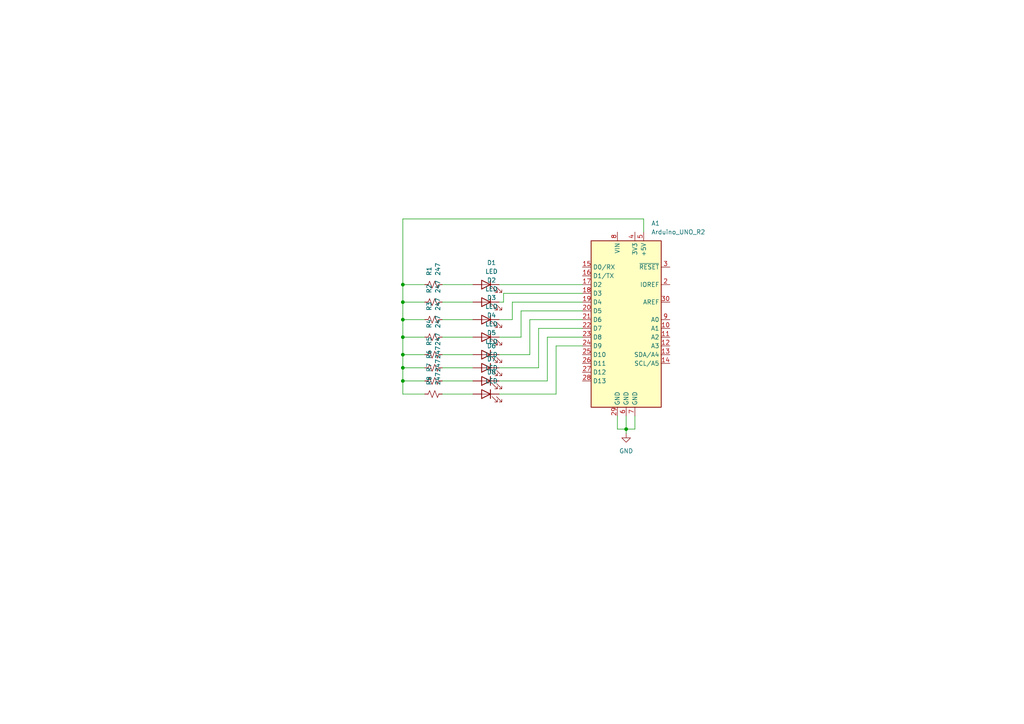
<source format=kicad_sch>
(kicad_sch (version 20230121) (generator eeschema)

  (uuid 7f788a11-b911-4bde-93e8-ee7a512138dc)

  (paper "A4")

  (title_block
    (title "ARDUINO UNO SHIELD")
    (date "2024-01-21")
    (rev "1")
  )

  (lib_symbols
    (symbol "Device:LED" (pin_numbers hide) (pin_names (offset 1.016) hide) (in_bom yes) (on_board yes)
      (property "Reference" "D" (at 0 2.54 0)
        (effects (font (size 1.27 1.27)))
      )
      (property "Value" "LED" (at 0 -2.54 0)
        (effects (font (size 1.27 1.27)))
      )
      (property "Footprint" "" (at 0 0 0)
        (effects (font (size 1.27 1.27)) hide)
      )
      (property "Datasheet" "~" (at 0 0 0)
        (effects (font (size 1.27 1.27)) hide)
      )
      (property "ki_keywords" "LED diode" (at 0 0 0)
        (effects (font (size 1.27 1.27)) hide)
      )
      (property "ki_description" "Light emitting diode" (at 0 0 0)
        (effects (font (size 1.27 1.27)) hide)
      )
      (property "ki_fp_filters" "LED* LED_SMD:* LED_THT:*" (at 0 0 0)
        (effects (font (size 1.27 1.27)) hide)
      )
      (symbol "LED_0_1"
        (polyline
          (pts
            (xy -1.27 -1.27)
            (xy -1.27 1.27)
          )
          (stroke (width 0.254) (type default))
          (fill (type none))
        )
        (polyline
          (pts
            (xy -1.27 0)
            (xy 1.27 0)
          )
          (stroke (width 0) (type default))
          (fill (type none))
        )
        (polyline
          (pts
            (xy 1.27 -1.27)
            (xy 1.27 1.27)
            (xy -1.27 0)
            (xy 1.27 -1.27)
          )
          (stroke (width 0.254) (type default))
          (fill (type none))
        )
        (polyline
          (pts
            (xy -3.048 -0.762)
            (xy -4.572 -2.286)
            (xy -3.81 -2.286)
            (xy -4.572 -2.286)
            (xy -4.572 -1.524)
          )
          (stroke (width 0) (type default))
          (fill (type none))
        )
        (polyline
          (pts
            (xy -1.778 -0.762)
            (xy -3.302 -2.286)
            (xy -2.54 -2.286)
            (xy -3.302 -2.286)
            (xy -3.302 -1.524)
          )
          (stroke (width 0) (type default))
          (fill (type none))
        )
      )
      (symbol "LED_1_1"
        (pin passive line (at -3.81 0 0) (length 2.54)
          (name "K" (effects (font (size 1.27 1.27))))
          (number "1" (effects (font (size 1.27 1.27))))
        )
        (pin passive line (at 3.81 0 180) (length 2.54)
          (name "A" (effects (font (size 1.27 1.27))))
          (number "2" (effects (font (size 1.27 1.27))))
        )
      )
    )
    (symbol "Device:R_Small_US" (pin_numbers hide) (pin_names (offset 0.254) hide) (in_bom yes) (on_board yes)
      (property "Reference" "R" (at 0.762 0.508 0)
        (effects (font (size 1.27 1.27)) (justify left))
      )
      (property "Value" "R_Small_US" (at 0.762 -1.016 0)
        (effects (font (size 1.27 1.27)) (justify left))
      )
      (property "Footprint" "" (at 0 0 0)
        (effects (font (size 1.27 1.27)) hide)
      )
      (property "Datasheet" "~" (at 0 0 0)
        (effects (font (size 1.27 1.27)) hide)
      )
      (property "ki_keywords" "r resistor" (at 0 0 0)
        (effects (font (size 1.27 1.27)) hide)
      )
      (property "ki_description" "Resistor, small US symbol" (at 0 0 0)
        (effects (font (size 1.27 1.27)) hide)
      )
      (property "ki_fp_filters" "R_*" (at 0 0 0)
        (effects (font (size 1.27 1.27)) hide)
      )
      (symbol "R_Small_US_1_1"
        (polyline
          (pts
            (xy 0 0)
            (xy 1.016 -0.381)
            (xy 0 -0.762)
            (xy -1.016 -1.143)
            (xy 0 -1.524)
          )
          (stroke (width 0) (type default))
          (fill (type none))
        )
        (polyline
          (pts
            (xy 0 1.524)
            (xy 1.016 1.143)
            (xy 0 0.762)
            (xy -1.016 0.381)
            (xy 0 0)
          )
          (stroke (width 0) (type default))
          (fill (type none))
        )
        (pin passive line (at 0 2.54 270) (length 1.016)
          (name "~" (effects (font (size 1.27 1.27))))
          (number "1" (effects (font (size 1.27 1.27))))
        )
        (pin passive line (at 0 -2.54 90) (length 1.016)
          (name "~" (effects (font (size 1.27 1.27))))
          (number "2" (effects (font (size 1.27 1.27))))
        )
      )
    )
    (symbol "MCU_Module:Arduino_UNO_R2" (in_bom yes) (on_board yes)
      (property "Reference" "A" (at -10.16 23.495 0)
        (effects (font (size 1.27 1.27)) (justify left bottom))
      )
      (property "Value" "Arduino_UNO_R2" (at 5.08 -26.67 0)
        (effects (font (size 1.27 1.27)) (justify left top))
      )
      (property "Footprint" "Module:Arduino_UNO_R2" (at 0 0 0)
        (effects (font (size 1.27 1.27) italic) hide)
      )
      (property "Datasheet" "https://www.arduino.cc/en/Main/arduinoBoardUno" (at 0 0 0)
        (effects (font (size 1.27 1.27)) hide)
      )
      (property "ki_keywords" "Arduino UNO R3 Microcontroller Module Atmel AVR USB" (at 0 0 0)
        (effects (font (size 1.27 1.27)) hide)
      )
      (property "ki_description" "Arduino UNO Microcontroller Module, release 2" (at 0 0 0)
        (effects (font (size 1.27 1.27)) hide)
      )
      (property "ki_fp_filters" "Arduino*UNO*R2*" (at 0 0 0)
        (effects (font (size 1.27 1.27)) hide)
      )
      (symbol "Arduino_UNO_R2_0_1"
        (rectangle (start -10.16 22.86) (end 10.16 -25.4)
          (stroke (width 0.254) (type default))
          (fill (type background))
        )
      )
      (symbol "Arduino_UNO_R2_1_1"
        (pin no_connect line (at -10.16 -20.32 0) (length 2.54) hide
          (name "NC" (effects (font (size 1.27 1.27))))
          (number "1" (effects (font (size 1.27 1.27))))
        )
        (pin bidirectional line (at 12.7 -2.54 180) (length 2.54)
          (name "A1" (effects (font (size 1.27 1.27))))
          (number "10" (effects (font (size 1.27 1.27))))
        )
        (pin bidirectional line (at 12.7 -5.08 180) (length 2.54)
          (name "A2" (effects (font (size 1.27 1.27))))
          (number "11" (effects (font (size 1.27 1.27))))
        )
        (pin bidirectional line (at 12.7 -7.62 180) (length 2.54)
          (name "A3" (effects (font (size 1.27 1.27))))
          (number "12" (effects (font (size 1.27 1.27))))
        )
        (pin bidirectional line (at 12.7 -10.16 180) (length 2.54)
          (name "SDA/A4" (effects (font (size 1.27 1.27))))
          (number "13" (effects (font (size 1.27 1.27))))
        )
        (pin bidirectional line (at 12.7 -12.7 180) (length 2.54)
          (name "SCL/A5" (effects (font (size 1.27 1.27))))
          (number "14" (effects (font (size 1.27 1.27))))
        )
        (pin bidirectional line (at -12.7 15.24 0) (length 2.54)
          (name "D0/RX" (effects (font (size 1.27 1.27))))
          (number "15" (effects (font (size 1.27 1.27))))
        )
        (pin bidirectional line (at -12.7 12.7 0) (length 2.54)
          (name "D1/TX" (effects (font (size 1.27 1.27))))
          (number "16" (effects (font (size 1.27 1.27))))
        )
        (pin bidirectional line (at -12.7 10.16 0) (length 2.54)
          (name "D2" (effects (font (size 1.27 1.27))))
          (number "17" (effects (font (size 1.27 1.27))))
        )
        (pin bidirectional line (at -12.7 7.62 0) (length 2.54)
          (name "D3" (effects (font (size 1.27 1.27))))
          (number "18" (effects (font (size 1.27 1.27))))
        )
        (pin bidirectional line (at -12.7 5.08 0) (length 2.54)
          (name "D4" (effects (font (size 1.27 1.27))))
          (number "19" (effects (font (size 1.27 1.27))))
        )
        (pin output line (at 12.7 10.16 180) (length 2.54)
          (name "IOREF" (effects (font (size 1.27 1.27))))
          (number "2" (effects (font (size 1.27 1.27))))
        )
        (pin bidirectional line (at -12.7 2.54 0) (length 2.54)
          (name "D5" (effects (font (size 1.27 1.27))))
          (number "20" (effects (font (size 1.27 1.27))))
        )
        (pin bidirectional line (at -12.7 0 0) (length 2.54)
          (name "D6" (effects (font (size 1.27 1.27))))
          (number "21" (effects (font (size 1.27 1.27))))
        )
        (pin bidirectional line (at -12.7 -2.54 0) (length 2.54)
          (name "D7" (effects (font (size 1.27 1.27))))
          (number "22" (effects (font (size 1.27 1.27))))
        )
        (pin bidirectional line (at -12.7 -5.08 0) (length 2.54)
          (name "D8" (effects (font (size 1.27 1.27))))
          (number "23" (effects (font (size 1.27 1.27))))
        )
        (pin bidirectional line (at -12.7 -7.62 0) (length 2.54)
          (name "D9" (effects (font (size 1.27 1.27))))
          (number "24" (effects (font (size 1.27 1.27))))
        )
        (pin bidirectional line (at -12.7 -10.16 0) (length 2.54)
          (name "D10" (effects (font (size 1.27 1.27))))
          (number "25" (effects (font (size 1.27 1.27))))
        )
        (pin bidirectional line (at -12.7 -12.7 0) (length 2.54)
          (name "D11" (effects (font (size 1.27 1.27))))
          (number "26" (effects (font (size 1.27 1.27))))
        )
        (pin bidirectional line (at -12.7 -15.24 0) (length 2.54)
          (name "D12" (effects (font (size 1.27 1.27))))
          (number "27" (effects (font (size 1.27 1.27))))
        )
        (pin bidirectional line (at -12.7 -17.78 0) (length 2.54)
          (name "D13" (effects (font (size 1.27 1.27))))
          (number "28" (effects (font (size 1.27 1.27))))
        )
        (pin power_in line (at -2.54 -27.94 90) (length 2.54)
          (name "GND" (effects (font (size 1.27 1.27))))
          (number "29" (effects (font (size 1.27 1.27))))
        )
        (pin input line (at 12.7 15.24 180) (length 2.54)
          (name "~{RESET}" (effects (font (size 1.27 1.27))))
          (number "3" (effects (font (size 1.27 1.27))))
        )
        (pin input line (at 12.7 5.08 180) (length 2.54)
          (name "AREF" (effects (font (size 1.27 1.27))))
          (number "30" (effects (font (size 1.27 1.27))))
        )
        (pin power_out line (at 2.54 25.4 270) (length 2.54)
          (name "3V3" (effects (font (size 1.27 1.27))))
          (number "4" (effects (font (size 1.27 1.27))))
        )
        (pin power_out line (at 5.08 25.4 270) (length 2.54)
          (name "+5V" (effects (font (size 1.27 1.27))))
          (number "5" (effects (font (size 1.27 1.27))))
        )
        (pin power_in line (at 0 -27.94 90) (length 2.54)
          (name "GND" (effects (font (size 1.27 1.27))))
          (number "6" (effects (font (size 1.27 1.27))))
        )
        (pin power_in line (at 2.54 -27.94 90) (length 2.54)
          (name "GND" (effects (font (size 1.27 1.27))))
          (number "7" (effects (font (size 1.27 1.27))))
        )
        (pin power_in line (at -2.54 25.4 270) (length 2.54)
          (name "VIN" (effects (font (size 1.27 1.27))))
          (number "8" (effects (font (size 1.27 1.27))))
        )
        (pin bidirectional line (at 12.7 0 180) (length 2.54)
          (name "A0" (effects (font (size 1.27 1.27))))
          (number "9" (effects (font (size 1.27 1.27))))
        )
      )
    )
    (symbol "power:GND" (power) (pin_names (offset 0)) (in_bom yes) (on_board yes)
      (property "Reference" "#PWR" (at 0 -6.35 0)
        (effects (font (size 1.27 1.27)) hide)
      )
      (property "Value" "GND" (at 0 -3.81 0)
        (effects (font (size 1.27 1.27)))
      )
      (property "Footprint" "" (at 0 0 0)
        (effects (font (size 1.27 1.27)) hide)
      )
      (property "Datasheet" "" (at 0 0 0)
        (effects (font (size 1.27 1.27)) hide)
      )
      (property "ki_keywords" "global power" (at 0 0 0)
        (effects (font (size 1.27 1.27)) hide)
      )
      (property "ki_description" "Power symbol creates a global label with name \"GND\" , ground" (at 0 0 0)
        (effects (font (size 1.27 1.27)) hide)
      )
      (symbol "GND_0_1"
        (polyline
          (pts
            (xy 0 0)
            (xy 0 -1.27)
            (xy 1.27 -1.27)
            (xy 0 -2.54)
            (xy -1.27 -1.27)
            (xy 0 -1.27)
          )
          (stroke (width 0) (type default))
          (fill (type none))
        )
      )
      (symbol "GND_1_1"
        (pin power_in line (at 0 0 270) (length 0) hide
          (name "GND" (effects (font (size 1.27 1.27))))
          (number "1" (effects (font (size 1.27 1.27))))
        )
      )
    )
  )

  (junction (at 116.84 97.79) (diameter 0) (color 0 0 0 0)
    (uuid ba0a8aaf-3a81-4212-8abe-352717d9d300)
  )
  (junction (at 116.84 102.87) (diameter 0) (color 0 0 0 0)
    (uuid c0f4b58b-9717-433a-bff5-60f6cb1f8877)
  )
  (junction (at 116.84 106.68) (diameter 0) (color 0 0 0 0)
    (uuid c7db382d-550c-49e8-ae96-6ab7fd082b34)
  )
  (junction (at 181.61 124.46) (diameter 0) (color 0 0 0 0)
    (uuid d1a89f6b-fa38-4ae7-a9ac-2ae6dc7f2e24)
  )
  (junction (at 116.84 92.71) (diameter 0) (color 0 0 0 0)
    (uuid e0cf3f85-5730-4c4b-b251-3a550fb3ba76)
  )
  (junction (at 116.84 82.55) (diameter 0) (color 0 0 0 0)
    (uuid e418204b-2cbc-49cb-86aa-3f7954c83bc3)
  )
  (junction (at 116.84 87.63) (diameter 0) (color 0 0 0 0)
    (uuid e8c9da73-9660-4c2c-9a6d-3f668b96eb9e)
  )
  (junction (at 116.84 110.49) (diameter 0) (color 0 0 0 0)
    (uuid f9e43ae9-e4fc-4c8c-acf9-26f1a5336c22)
  )

  (wire (pts (xy 161.29 114.3) (xy 161.29 100.33))
    (stroke (width 0) (type default))
    (uuid 0d8b135d-b4a1-4a27-9eec-60aab300be67)
  )
  (wire (pts (xy 116.84 102.87) (xy 116.84 97.79))
    (stroke (width 0) (type default))
    (uuid 0fd33e20-aeda-4866-8e95-f4228a78ce91)
  )
  (wire (pts (xy 116.84 82.55) (xy 123.19 82.55))
    (stroke (width 0) (type default))
    (uuid 1c34ae66-a18e-4f90-94de-86623f1143bf)
  )
  (wire (pts (xy 144.78 92.71) (xy 148.59 92.71))
    (stroke (width 0) (type default))
    (uuid 231d3c28-7902-4e2e-8791-8f4bf5f96dea)
  )
  (wire (pts (xy 156.21 95.25) (xy 168.91 95.25))
    (stroke (width 0) (type default))
    (uuid 25e9c369-c374-449f-b664-8086b4c154f6)
  )
  (wire (pts (xy 128.27 97.79) (xy 137.16 97.79))
    (stroke (width 0) (type default))
    (uuid 2e0d7a36-e6cc-425b-a928-e45b594b2284)
  )
  (wire (pts (xy 116.84 97.79) (xy 116.84 92.71))
    (stroke (width 0) (type default))
    (uuid 3e63dddb-9966-4f75-842f-ab1edad7a6b3)
  )
  (wire (pts (xy 179.07 124.46) (xy 181.61 124.46))
    (stroke (width 0) (type default))
    (uuid 4108043f-2eac-4cff-9d32-b56e9c09fe37)
  )
  (wire (pts (xy 151.13 90.17) (xy 168.91 90.17))
    (stroke (width 0) (type default))
    (uuid 4434da36-839d-4131-bab0-a2e4b0a12a25)
  )
  (wire (pts (xy 144.78 82.55) (xy 168.91 82.55))
    (stroke (width 0) (type default))
    (uuid 47509d98-75ee-4ed7-a10d-fc7645cb1c1a)
  )
  (wire (pts (xy 116.84 87.63) (xy 123.19 87.63))
    (stroke (width 0) (type default))
    (uuid 4c3afdbf-3417-4721-a07c-08e05fe6c6d2)
  )
  (wire (pts (xy 116.84 106.68) (xy 123.19 106.68))
    (stroke (width 0) (type default))
    (uuid 4cc28569-2103-48df-9693-f68f18f2784c)
  )
  (wire (pts (xy 116.84 92.71) (xy 116.84 87.63))
    (stroke (width 0) (type default))
    (uuid 50163b8f-d885-48df-af30-1eb3f4e955e2)
  )
  (wire (pts (xy 116.84 110.49) (xy 116.84 106.68))
    (stroke (width 0) (type default))
    (uuid 51697df8-cc0d-4980-9084-5320a622b129)
  )
  (wire (pts (xy 144.78 114.3) (xy 161.29 114.3))
    (stroke (width 0) (type default))
    (uuid 527c483a-15c2-4c33-b919-d78f5bbeb4f3)
  )
  (wire (pts (xy 128.27 92.71) (xy 137.16 92.71))
    (stroke (width 0) (type default))
    (uuid 545dc054-91f4-4af8-89cd-a5b0cfa515f4)
  )
  (wire (pts (xy 128.27 87.63) (xy 137.16 87.63))
    (stroke (width 0) (type default))
    (uuid 58e268f6-ebed-4671-b168-df49f7db0c4f)
  )
  (wire (pts (xy 123.19 114.3) (xy 116.84 114.3))
    (stroke (width 0) (type default))
    (uuid 5ae4b430-8f10-4e4e-ae9b-dd40220054fb)
  )
  (wire (pts (xy 153.67 102.87) (xy 153.67 92.71))
    (stroke (width 0) (type default))
    (uuid 5e701940-ee89-40e7-bffb-12cee60ae53d)
  )
  (wire (pts (xy 116.84 63.5) (xy 186.69 63.5))
    (stroke (width 0) (type default))
    (uuid 64dfb95a-df92-44dd-99eb-d82d352a4a79)
  )
  (wire (pts (xy 184.15 124.46) (xy 181.61 124.46))
    (stroke (width 0) (type default))
    (uuid 6bb2d1dd-c5e7-4a31-8e93-07b73ffe2139)
  )
  (wire (pts (xy 116.84 97.79) (xy 123.19 97.79))
    (stroke (width 0) (type default))
    (uuid 7194ef15-b523-4a13-9df9-453bc5b6a8f0)
  )
  (wire (pts (xy 181.61 120.65) (xy 181.61 124.46))
    (stroke (width 0) (type default))
    (uuid 76cdad9d-4294-47e4-9fe5-d0c9b9403de0)
  )
  (wire (pts (xy 158.75 97.79) (xy 168.91 97.79))
    (stroke (width 0) (type default))
    (uuid 8098ca8a-bb33-48be-ae19-adfb79d7e3b6)
  )
  (wire (pts (xy 128.27 114.3) (xy 137.16 114.3))
    (stroke (width 0) (type default))
    (uuid 82e7f219-1190-4ba8-b6f0-3e0ae7d07677)
  )
  (wire (pts (xy 144.78 106.68) (xy 156.21 106.68))
    (stroke (width 0) (type default))
    (uuid 8977acf5-9c81-4710-ab18-afcb838f8895)
  )
  (wire (pts (xy 116.84 110.49) (xy 123.19 110.49))
    (stroke (width 0) (type default))
    (uuid 8be9549a-3680-48ba-a75a-cbd3deabafd2)
  )
  (wire (pts (xy 116.84 87.63) (xy 116.84 82.55))
    (stroke (width 0) (type default))
    (uuid 8faf4371-20e7-40e9-9b40-e740bc865ee0)
  )
  (wire (pts (xy 144.78 102.87) (xy 153.67 102.87))
    (stroke (width 0) (type default))
    (uuid 91cfa332-ecde-4808-a970-dd160789aed7)
  )
  (wire (pts (xy 144.78 97.79) (xy 151.13 97.79))
    (stroke (width 0) (type default))
    (uuid 9ed91d8e-b108-42f5-8464-aa113411265a)
  )
  (wire (pts (xy 179.07 120.65) (xy 179.07 124.46))
    (stroke (width 0) (type default))
    (uuid a0909189-4b33-4bc8-8740-460919ba21c1)
  )
  (wire (pts (xy 181.61 124.46) (xy 181.61 125.73))
    (stroke (width 0) (type default))
    (uuid a3bfd2dd-a912-4a3c-b23d-3689a7659542)
  )
  (wire (pts (xy 184.15 120.65) (xy 184.15 124.46))
    (stroke (width 0) (type default))
    (uuid a68a6b26-a509-45c0-be0b-f4868940cdd4)
  )
  (wire (pts (xy 116.84 106.68) (xy 116.84 102.87))
    (stroke (width 0) (type default))
    (uuid b708299b-1d9c-4c27-aeea-4f4f9b54c7e4)
  )
  (wire (pts (xy 148.59 87.63) (xy 168.91 87.63))
    (stroke (width 0) (type default))
    (uuid b8afdc90-a133-49ac-9a99-4806c1aff80c)
  )
  (wire (pts (xy 161.29 100.33) (xy 168.91 100.33))
    (stroke (width 0) (type default))
    (uuid b946c021-492e-4966-8489-687fc27078e2)
  )
  (wire (pts (xy 146.05 85.09) (xy 168.91 85.09))
    (stroke (width 0) (type default))
    (uuid bbf1bf19-051d-4f11-af22-333d706ec2bd)
  )
  (wire (pts (xy 116.84 92.71) (xy 123.19 92.71))
    (stroke (width 0) (type default))
    (uuid c0b90181-d4d3-4b3a-95dc-b31a90180988)
  )
  (wire (pts (xy 156.21 106.68) (xy 156.21 95.25))
    (stroke (width 0) (type default))
    (uuid c243e939-f803-4622-902b-c3469a60976d)
  )
  (wire (pts (xy 144.78 110.49) (xy 158.75 110.49))
    (stroke (width 0) (type default))
    (uuid c94dc33d-500b-4065-9764-061e0d119ee4)
  )
  (wire (pts (xy 153.67 92.71) (xy 168.91 92.71))
    (stroke (width 0) (type default))
    (uuid cbf19a95-b10e-4a62-8085-aa3dc2059d49)
  )
  (wire (pts (xy 128.27 102.87) (xy 137.16 102.87))
    (stroke (width 0) (type default))
    (uuid cd2a7a2b-0b59-4924-8d16-f64ed1d0adf6)
  )
  (wire (pts (xy 116.84 102.87) (xy 123.19 102.87))
    (stroke (width 0) (type default))
    (uuid d140c111-b58f-4426-9787-051875ff411c)
  )
  (wire (pts (xy 116.84 114.3) (xy 116.84 110.49))
    (stroke (width 0) (type default))
    (uuid e178e690-32a7-4df6-8421-0e3dddd42d62)
  )
  (wire (pts (xy 186.69 63.5) (xy 186.69 67.31))
    (stroke (width 0) (type default))
    (uuid e5482b9a-112b-420e-9f24-8703fa2e8da4)
  )
  (wire (pts (xy 146.05 87.63) (xy 146.05 85.09))
    (stroke (width 0) (type default))
    (uuid e548324f-a90a-4bd9-9c8f-23e71072b47e)
  )
  (wire (pts (xy 144.78 87.63) (xy 146.05 87.63))
    (stroke (width 0) (type default))
    (uuid ee3190f8-9a9d-4a5a-8c04-bc259f99b5c0)
  )
  (wire (pts (xy 148.59 92.71) (xy 148.59 87.63))
    (stroke (width 0) (type default))
    (uuid eed3a22e-9656-443a-8737-b96d04b1287d)
  )
  (wire (pts (xy 128.27 110.49) (xy 137.16 110.49))
    (stroke (width 0) (type default))
    (uuid ef71a84d-fd27-4d4a-8600-3f91edf80b46)
  )
  (wire (pts (xy 151.13 97.79) (xy 151.13 90.17))
    (stroke (width 0) (type default))
    (uuid fa74fca1-72b8-4d27-8863-0cd5842b4a99)
  )
  (wire (pts (xy 128.27 82.55) (xy 137.16 82.55))
    (stroke (width 0) (type default))
    (uuid fab1ea66-1189-4179-8f46-5c6049f973f8)
  )
  (wire (pts (xy 158.75 110.49) (xy 158.75 97.79))
    (stroke (width 0) (type default))
    (uuid fb3b7887-a0ed-4413-a9f2-14550fd0faad)
  )
  (wire (pts (xy 128.27 106.68) (xy 137.16 106.68))
    (stroke (width 0) (type default))
    (uuid fbd300c7-7fb3-4d34-bd86-e27533cf338a)
  )
  (wire (pts (xy 116.84 82.55) (xy 116.84 63.5))
    (stroke (width 0) (type default))
    (uuid fc31d6fe-f5ca-4226-8951-5dd39a550fa6)
  )

  (symbol (lib_id "Device:R_Small_US") (at 125.73 87.63 90) (unit 1)
    (in_bom yes) (on_board yes) (dnp no)
    (uuid 0833c2be-b4fd-4cec-939b-a1c7d1e6fdc9)
    (property "Reference" "R2" (at 124.46 85.09 0)
      (effects (font (size 1.27 1.27)) (justify left))
    )
    (property "Value" "247" (at 127 85.09 0)
      (effects (font (size 1.27 1.27)) (justify left))
    )
    (property "Footprint" "Resistor_SMD:R_0603_1608Metric" (at 125.73 87.63 0)
      (effects (font (size 1.27 1.27)) hide)
    )
    (property "Datasheet" "~" (at 125.73 87.63 0)
      (effects (font (size 1.27 1.27)) hide)
    )
    (pin "1" (uuid 7d194b76-12e4-49d6-b974-d77cf25c9e16))
    (pin "2" (uuid e69a430c-e228-44af-9a35-8786ade7ccea))
    (instances
      (project "arduinoledshield"
        (path "/7f788a11-b911-4bde-93e8-ee7a512138dc"
          (reference "R2") (unit 1)
        )
      )
    )
  )

  (symbol (lib_id "Device:LED") (at 140.97 110.49 0) (mirror y) (unit 1)
    (in_bom yes) (on_board yes) (dnp no)
    (uuid 13f7d98f-4fc8-46e8-953e-27be38339d54)
    (property "Reference" "D7" (at 142.5575 104.14 0)
      (effects (font (size 1.27 1.27)))
    )
    (property "Value" "LED" (at 142.5575 106.68 0)
      (effects (font (size 1.27 1.27)))
    )
    (property "Footprint" "LED_SMD:LED_0805_2012Metric" (at 140.97 110.49 0)
      (effects (font (size 1.27 1.27)) hide)
    )
    (property "Datasheet" "~" (at 140.97 110.49 0)
      (effects (font (size 1.27 1.27)) hide)
    )
    (pin "2" (uuid 75a453f0-fb12-4b30-b859-458cb23c474a))
    (pin "1" (uuid e7f29cc4-2156-4cd0-989f-d40c3d356d03))
    (instances
      (project "arduinoledshield"
        (path "/7f788a11-b911-4bde-93e8-ee7a512138dc"
          (reference "D7") (unit 1)
        )
      )
    )
  )

  (symbol (lib_id "Device:LED") (at 140.97 114.3 0) (mirror y) (unit 1)
    (in_bom yes) (on_board yes) (dnp no)
    (uuid 143fc13e-3e0d-4558-bc19-09ece1d7fdf4)
    (property "Reference" "D8" (at 142.5575 107.95 0)
      (effects (font (size 1.27 1.27)))
    )
    (property "Value" "LED" (at 142.5575 110.49 0)
      (effects (font (size 1.27 1.27)))
    )
    (property "Footprint" "LED_SMD:LED_0805_2012Metric" (at 140.97 114.3 0)
      (effects (font (size 1.27 1.27)) hide)
    )
    (property "Datasheet" "~" (at 140.97 114.3 0)
      (effects (font (size 1.27 1.27)) hide)
    )
    (pin "2" (uuid cdfe4776-12b0-4810-9b4e-cf494eb836ad))
    (pin "1" (uuid 8750fe50-f6a0-45fb-8cc9-604304b4037c))
    (instances
      (project "arduinoledshield"
        (path "/7f788a11-b911-4bde-93e8-ee7a512138dc"
          (reference "D8") (unit 1)
        )
      )
    )
  )

  (symbol (lib_id "Device:LED") (at 140.97 82.55 0) (mirror y) (unit 1)
    (in_bom yes) (on_board yes) (dnp no)
    (uuid 1c9e0673-d49b-4837-af0c-93d6f1d2fc30)
    (property "Reference" "D1" (at 142.5575 76.2 0)
      (effects (font (size 1.27 1.27)))
    )
    (property "Value" "LED" (at 142.5575 78.74 0)
      (effects (font (size 1.27 1.27)))
    )
    (property "Footprint" "LED_SMD:LED_0805_2012Metric" (at 140.97 82.55 0)
      (effects (font (size 1.27 1.27)) hide)
    )
    (property "Datasheet" "~" (at 140.97 82.55 0)
      (effects (font (size 1.27 1.27)) hide)
    )
    (pin "2" (uuid afdb0f02-05b0-460f-a629-c74a16c2282b))
    (pin "1" (uuid d0ff09dd-1fa1-4ada-90c3-e8af5bfa9283))
    (instances
      (project "arduinoledshield"
        (path "/7f788a11-b911-4bde-93e8-ee7a512138dc"
          (reference "D1") (unit 1)
        )
      )
    )
  )

  (symbol (lib_id "Device:R_Small_US") (at 125.73 106.68 90) (unit 1)
    (in_bom yes) (on_board yes) (dnp no)
    (uuid 1fea87e8-64f8-4f9c-9b27-8b21f9fa5c8d)
    (property "Reference" "R6" (at 124.46 104.14 0)
      (effects (font (size 1.27 1.27)) (justify left))
    )
    (property "Value" "247" (at 127 104.14 0)
      (effects (font (size 1.27 1.27)) (justify left))
    )
    (property "Footprint" "Resistor_SMD:R_0603_1608Metric" (at 125.73 106.68 0)
      (effects (font (size 1.27 1.27)) hide)
    )
    (property "Datasheet" "~" (at 125.73 106.68 0)
      (effects (font (size 1.27 1.27)) hide)
    )
    (pin "1" (uuid e93777d8-e248-4a2b-9e65-3e03177ff78f))
    (pin "2" (uuid 94ee11bd-7ba8-4f7f-9454-fc88da8de574))
    (instances
      (project "arduinoledshield"
        (path "/7f788a11-b911-4bde-93e8-ee7a512138dc"
          (reference "R6") (unit 1)
        )
      )
    )
  )

  (symbol (lib_id "Device:R_Small_US") (at 125.73 97.79 90) (unit 1)
    (in_bom yes) (on_board yes) (dnp no)
    (uuid 3dd4b624-aaf5-43f5-9c97-cdc7c95bbb5f)
    (property "Reference" "R4" (at 124.46 95.25 0)
      (effects (font (size 1.27 1.27)) (justify left))
    )
    (property "Value" "247" (at 127 95.25 0)
      (effects (font (size 1.27 1.27)) (justify left))
    )
    (property "Footprint" "Resistor_SMD:R_0603_1608Metric" (at 125.73 97.79 0)
      (effects (font (size 1.27 1.27)) hide)
    )
    (property "Datasheet" "~" (at 125.73 97.79 0)
      (effects (font (size 1.27 1.27)) hide)
    )
    (pin "1" (uuid bea4649e-e171-4994-9426-f0d4689177a0))
    (pin "2" (uuid d7c4c7dc-1a59-4513-ab98-b30c6f3a70e0))
    (instances
      (project "arduinoledshield"
        (path "/7f788a11-b911-4bde-93e8-ee7a512138dc"
          (reference "R4") (unit 1)
        )
      )
    )
  )

  (symbol (lib_id "Device:LED") (at 140.97 97.79 0) (mirror y) (unit 1)
    (in_bom yes) (on_board yes) (dnp no)
    (uuid 472f17c9-6ccd-4e22-9262-166d73bd5a28)
    (property "Reference" "D4" (at 142.5575 91.44 0)
      (effects (font (size 1.27 1.27)))
    )
    (property "Value" "LED" (at 142.5575 93.98 0)
      (effects (font (size 1.27 1.27)))
    )
    (property "Footprint" "LED_SMD:LED_0805_2012Metric" (at 140.97 97.79 0)
      (effects (font (size 1.27 1.27)) hide)
    )
    (property "Datasheet" "~" (at 140.97 97.79 0)
      (effects (font (size 1.27 1.27)) hide)
    )
    (pin "2" (uuid bb245448-85ed-477a-8334-944ef86ddd5c))
    (pin "1" (uuid f45445fd-3474-4d62-a2ff-b4f179fa17b5))
    (instances
      (project "arduinoledshield"
        (path "/7f788a11-b911-4bde-93e8-ee7a512138dc"
          (reference "D4") (unit 1)
        )
      )
    )
  )

  (symbol (lib_id "Device:R_Small_US") (at 125.73 110.49 90) (unit 1)
    (in_bom yes) (on_board yes) (dnp no)
    (uuid 6d6af648-fdee-4c65-9f5f-ffcba6f4a88d)
    (property "Reference" "R7" (at 124.46 107.95 0)
      (effects (font (size 1.27 1.27)) (justify left))
    )
    (property "Value" "247" (at 127 107.95 0)
      (effects (font (size 1.27 1.27)) (justify left))
    )
    (property "Footprint" "Resistor_SMD:R_0603_1608Metric" (at 125.73 110.49 0)
      (effects (font (size 1.27 1.27)) hide)
    )
    (property "Datasheet" "~" (at 125.73 110.49 0)
      (effects (font (size 1.27 1.27)) hide)
    )
    (pin "1" (uuid de8a07ca-fea4-4efe-9a8d-cbc4cd5e3270))
    (pin "2" (uuid fe522163-0f2c-4bc0-896a-da5fed66dc2b))
    (instances
      (project "arduinoledshield"
        (path "/7f788a11-b911-4bde-93e8-ee7a512138dc"
          (reference "R7") (unit 1)
        )
      )
    )
  )

  (symbol (lib_id "Device:R_Small_US") (at 125.73 92.71 90) (unit 1)
    (in_bom yes) (on_board yes) (dnp no)
    (uuid 71680027-546f-4f7c-ac80-1ba47b32989a)
    (property "Reference" "R3" (at 124.46 90.17 0)
      (effects (font (size 1.27 1.27)) (justify left))
    )
    (property "Value" "247" (at 127 90.17 0)
      (effects (font (size 1.27 1.27)) (justify left))
    )
    (property "Footprint" "Resistor_SMD:R_0603_1608Metric" (at 125.73 92.71 0)
      (effects (font (size 1.27 1.27)) hide)
    )
    (property "Datasheet" "~" (at 125.73 92.71 0)
      (effects (font (size 1.27 1.27)) hide)
    )
    (pin "1" (uuid 560ae78a-03e2-4bdc-b917-343ccabb53d1))
    (pin "2" (uuid 241b1af2-4b9c-40a7-9259-a3b43811e1be))
    (instances
      (project "arduinoledshield"
        (path "/7f788a11-b911-4bde-93e8-ee7a512138dc"
          (reference "R3") (unit 1)
        )
      )
    )
  )

  (symbol (lib_id "Device:LED") (at 140.97 87.63 0) (mirror y) (unit 1)
    (in_bom yes) (on_board yes) (dnp no)
    (uuid 8431e485-e398-4c9a-9ea7-663329677146)
    (property "Reference" "D2" (at 142.5575 81.28 0)
      (effects (font (size 1.27 1.27)))
    )
    (property "Value" "LED" (at 142.5575 83.82 0)
      (effects (font (size 1.27 1.27)))
    )
    (property "Footprint" "LED_SMD:LED_0805_2012Metric" (at 140.97 87.63 0)
      (effects (font (size 1.27 1.27)) hide)
    )
    (property "Datasheet" "~" (at 140.97 87.63 0)
      (effects (font (size 1.27 1.27)) hide)
    )
    (pin "2" (uuid 09d57157-98b7-47ae-82da-0157a6d035cf))
    (pin "1" (uuid 9f6444aa-bcdb-4ac8-974a-974138659396))
    (instances
      (project "arduinoledshield"
        (path "/7f788a11-b911-4bde-93e8-ee7a512138dc"
          (reference "D2") (unit 1)
        )
      )
    )
  )

  (symbol (lib_id "Device:LED") (at 140.97 106.68 0) (mirror y) (unit 1)
    (in_bom yes) (on_board yes) (dnp no)
    (uuid 9ee7a9c0-ead4-4cc9-8df9-80704a81df36)
    (property "Reference" "D6" (at 142.5575 100.33 0)
      (effects (font (size 1.27 1.27)))
    )
    (property "Value" "LED" (at 142.5575 102.87 0)
      (effects (font (size 1.27 1.27)))
    )
    (property "Footprint" "LED_SMD:LED_0805_2012Metric" (at 140.97 106.68 0)
      (effects (font (size 1.27 1.27)) hide)
    )
    (property "Datasheet" "~" (at 140.97 106.68 0)
      (effects (font (size 1.27 1.27)) hide)
    )
    (pin "2" (uuid 65c2667f-50d6-4d77-b6fd-5de13582ef1b))
    (pin "1" (uuid 14bb4e1e-ecb9-4a4c-b95d-9ac57ffd7b60))
    (instances
      (project "arduinoledshield"
        (path "/7f788a11-b911-4bde-93e8-ee7a512138dc"
          (reference "D6") (unit 1)
        )
      )
    )
  )

  (symbol (lib_id "Device:R_Small_US") (at 125.73 114.3 90) (unit 1)
    (in_bom yes) (on_board yes) (dnp no)
    (uuid ad308fdb-7799-4a5e-b1a2-5e4647819622)
    (property "Reference" "R8" (at 124.46 111.76 0)
      (effects (font (size 1.27 1.27)) (justify left))
    )
    (property "Value" "247" (at 127 111.76 0)
      (effects (font (size 1.27 1.27)) (justify left))
    )
    (property "Footprint" "Resistor_SMD:R_0603_1608Metric" (at 125.73 114.3 0)
      (effects (font (size 1.27 1.27)) hide)
    )
    (property "Datasheet" "~" (at 125.73 114.3 0)
      (effects (font (size 1.27 1.27)) hide)
    )
    (pin "1" (uuid 61ad34f6-85ed-4d17-a5f2-30d7ce6b4c74))
    (pin "2" (uuid 34b276f1-3118-4138-9f54-bc441b015fb6))
    (instances
      (project "arduinoledshield"
        (path "/7f788a11-b911-4bde-93e8-ee7a512138dc"
          (reference "R8") (unit 1)
        )
      )
    )
  )

  (symbol (lib_id "Device:LED") (at 140.97 92.71 0) (mirror y) (unit 1)
    (in_bom yes) (on_board yes) (dnp no)
    (uuid b41c3554-d150-4d62-b2a3-588d467abc86)
    (property "Reference" "D3" (at 142.5575 86.36 0)
      (effects (font (size 1.27 1.27)))
    )
    (property "Value" "LED" (at 142.5575 88.9 0)
      (effects (font (size 1.27 1.27)))
    )
    (property "Footprint" "LED_SMD:LED_0805_2012Metric" (at 140.97 92.71 0)
      (effects (font (size 1.27 1.27)) hide)
    )
    (property "Datasheet" "~" (at 140.97 92.71 0)
      (effects (font (size 1.27 1.27)) hide)
    )
    (pin "2" (uuid 52705488-76b1-4364-a5bb-a1f951d1f270))
    (pin "1" (uuid 45342f92-12ba-4858-a3ce-9d450a7f5491))
    (instances
      (project "arduinoledshield"
        (path "/7f788a11-b911-4bde-93e8-ee7a512138dc"
          (reference "D3") (unit 1)
        )
      )
    )
  )

  (symbol (lib_id "Device:R_Small_US") (at 125.73 102.87 90) (unit 1)
    (in_bom yes) (on_board yes) (dnp no)
    (uuid d3a66cf7-6320-43dd-b64e-ac02660dcd31)
    (property "Reference" "R5" (at 124.46 100.33 0)
      (effects (font (size 1.27 1.27)) (justify left))
    )
    (property "Value" "247" (at 127 100.33 0)
      (effects (font (size 1.27 1.27)) (justify left))
    )
    (property "Footprint" "Resistor_SMD:R_0603_1608Metric" (at 125.73 102.87 0)
      (effects (font (size 1.27 1.27)) hide)
    )
    (property "Datasheet" "~" (at 125.73 102.87 0)
      (effects (font (size 1.27 1.27)) hide)
    )
    (pin "1" (uuid e00a6296-b853-458d-b1c3-43255a853193))
    (pin "2" (uuid 396fd720-72dc-42fa-b2b8-245893ec47c0))
    (instances
      (project "arduinoledshield"
        (path "/7f788a11-b911-4bde-93e8-ee7a512138dc"
          (reference "R5") (unit 1)
        )
      )
    )
  )

  (symbol (lib_id "Device:R_Small_US") (at 125.73 82.55 90) (unit 1)
    (in_bom yes) (on_board yes) (dnp no)
    (uuid dcb2e86f-ac8f-415d-b084-10a518aed8df)
    (property "Reference" "R1" (at 124.46 80.01 0)
      (effects (font (size 1.27 1.27)) (justify left))
    )
    (property "Value" "247" (at 127 80.01 0)
      (effects (font (size 1.27 1.27)) (justify left))
    )
    (property "Footprint" "Resistor_SMD:R_0603_1608Metric" (at 125.73 82.55 0)
      (effects (font (size 1.27 1.27)) hide)
    )
    (property "Datasheet" "~" (at 125.73 82.55 0)
      (effects (font (size 1.27 1.27)) hide)
    )
    (pin "1" (uuid 58e55b99-7571-4d32-b4b0-cfb99cf96a2b))
    (pin "2" (uuid 88fd73f2-fc6f-4368-a988-9823d0860597))
    (instances
      (project "arduinoledshield"
        (path "/7f788a11-b911-4bde-93e8-ee7a512138dc"
          (reference "R1") (unit 1)
        )
      )
    )
  )

  (symbol (lib_id "Device:LED") (at 140.97 102.87 0) (mirror y) (unit 1)
    (in_bom yes) (on_board yes) (dnp no)
    (uuid e6934251-2b11-46dd-9ecc-9b0b2d86f01c)
    (property "Reference" "D5" (at 142.5575 96.52 0)
      (effects (font (size 1.27 1.27)))
    )
    (property "Value" "LED" (at 142.5575 99.06 0)
      (effects (font (size 1.27 1.27)))
    )
    (property "Footprint" "LED_SMD:LED_0805_2012Metric" (at 140.97 102.87 0)
      (effects (font (size 1.27 1.27)) hide)
    )
    (property "Datasheet" "~" (at 140.97 102.87 0)
      (effects (font (size 1.27 1.27)) hide)
    )
    (pin "2" (uuid ae334b96-027a-48de-aeec-3bcd15233e11))
    (pin "1" (uuid 2586f6ab-f209-4dfc-8494-5a3001d3e2a6))
    (instances
      (project "arduinoledshield"
        (path "/7f788a11-b911-4bde-93e8-ee7a512138dc"
          (reference "D5") (unit 1)
        )
      )
    )
  )

  (symbol (lib_id "power:GND") (at 181.61 125.73 0) (unit 1)
    (in_bom yes) (on_board yes) (dnp no) (fields_autoplaced)
    (uuid f0ce1cc2-d17e-4552-b7af-246ea6837941)
    (property "Reference" "#PWR01" (at 181.61 132.08 0)
      (effects (font (size 1.27 1.27)) hide)
    )
    (property "Value" "GND" (at 181.61 130.81 0)
      (effects (font (size 1.27 1.27)))
    )
    (property "Footprint" "" (at 181.61 125.73 0)
      (effects (font (size 1.27 1.27)) hide)
    )
    (property "Datasheet" "" (at 181.61 125.73 0)
      (effects (font (size 1.27 1.27)) hide)
    )
    (pin "1" (uuid fbb47334-088a-4c17-9918-b7b1396571e1))
    (instances
      (project "arduinoledshield"
        (path "/7f788a11-b911-4bde-93e8-ee7a512138dc"
          (reference "#PWR01") (unit 1)
        )
      )
    )
  )

  (symbol (lib_id "MCU_Module:Arduino_UNO_R2") (at 181.61 92.71 0) (unit 1)
    (in_bom yes) (on_board yes) (dnp no) (fields_autoplaced)
    (uuid fd7e4211-e2e7-475a-9ff0-9ccf9a7dec3b)
    (property "Reference" "A1" (at 188.8841 64.77 0)
      (effects (font (size 1.27 1.27)) (justify left))
    )
    (property "Value" "Arduino_UNO_R2" (at 188.8841 67.31 0)
      (effects (font (size 1.27 1.27)) (justify left))
    )
    (property "Footprint" "Module:Arduino_UNO_R2" (at 181.61 92.71 0)
      (effects (font (size 1.27 1.27) italic) hide)
    )
    (property "Datasheet" "https://www.arduino.cc/en/Main/arduinoBoardUno" (at 181.61 92.71 0)
      (effects (font (size 1.27 1.27)) hide)
    )
    (pin "25" (uuid 3b67d71f-6a20-4fdd-8564-7390e66ed0d5))
    (pin "9" (uuid 27e71ed5-f12a-4680-b692-b225a528bc33))
    (pin "3" (uuid a0b0986a-36cb-4095-9c50-86ecc4602428))
    (pin "11" (uuid 732def0e-2ca6-4586-9681-d804ef786809))
    (pin "26" (uuid 9b7a0f31-3964-4b39-9b78-d95f03c17d6f))
    (pin "20" (uuid 78e0919f-4c86-43a0-8078-da092c732920))
    (pin "30" (uuid ca3dcd32-9088-4938-9090-9cc7efc27f0b))
    (pin "24" (uuid fb6f5675-eca7-4540-91e0-428055818e65))
    (pin "27" (uuid 05959c5f-05e4-4072-aa46-cb4eb40b6f16))
    (pin "4" (uuid 6e06eddb-7cf9-4d8d-a337-387ae0c3ef14))
    (pin "8" (uuid 6511a1ef-a921-4649-af60-6c283b695adb))
    (pin "28" (uuid e214c97b-4ffd-427b-8fa2-20474e01ea08))
    (pin "14" (uuid bd4ef570-0c10-43c6-a3f1-bc91dfba5c6b))
    (pin "7" (uuid 6a7f4f90-4915-4175-98dd-31afc3e64fd0))
    (pin "17" (uuid 78a7851f-ece1-469e-b0e2-67f6b89eb52e))
    (pin "13" (uuid 0e440e00-a102-4f56-b967-e90fd7c8eaae))
    (pin "16" (uuid 9bad0f79-d21c-41ea-b326-13c8c6042cff))
    (pin "6" (uuid 2674b069-bb71-47f3-9fd6-e1fa550a0b29))
    (pin "21" (uuid 8452e8c6-f7a7-43b2-a43c-caf90fdb978b))
    (pin "10" (uuid 425e48dc-0ebc-4d78-a85b-5b0bdc82fbf6))
    (pin "12" (uuid bb00c364-5754-4955-8475-015c559771f0))
    (pin "15" (uuid b2ddd4bf-2915-4c74-b3d8-bfcf18c2f8dd))
    (pin "23" (uuid 5dc28a45-d195-421b-83f8-be57245f0e04))
    (pin "18" (uuid 1d529191-d9ee-46d0-9534-faf4e56f677d))
    (pin "1" (uuid c38e86c8-fa72-45cd-8345-01bae9765a93))
    (pin "2" (uuid df687ffc-ef74-4bde-9c28-b0c635560731))
    (pin "22" (uuid 0ae2f31f-bd82-496e-b310-3c3677acca53))
    (pin "29" (uuid b7763d13-e9de-4470-966c-42f24fb55ec3))
    (pin "5" (uuid 9d3b8922-f46a-4b01-b573-063bc641c49f))
    (pin "19" (uuid 58b4d141-cab6-498d-afa3-12923b3e73dd))
    (instances
      (project "arduinoledshield"
        (path "/7f788a11-b911-4bde-93e8-ee7a512138dc"
          (reference "A1") (unit 1)
        )
      )
    )
  )

  (sheet_instances
    (path "/" (page "1"))
  )
)

</source>
